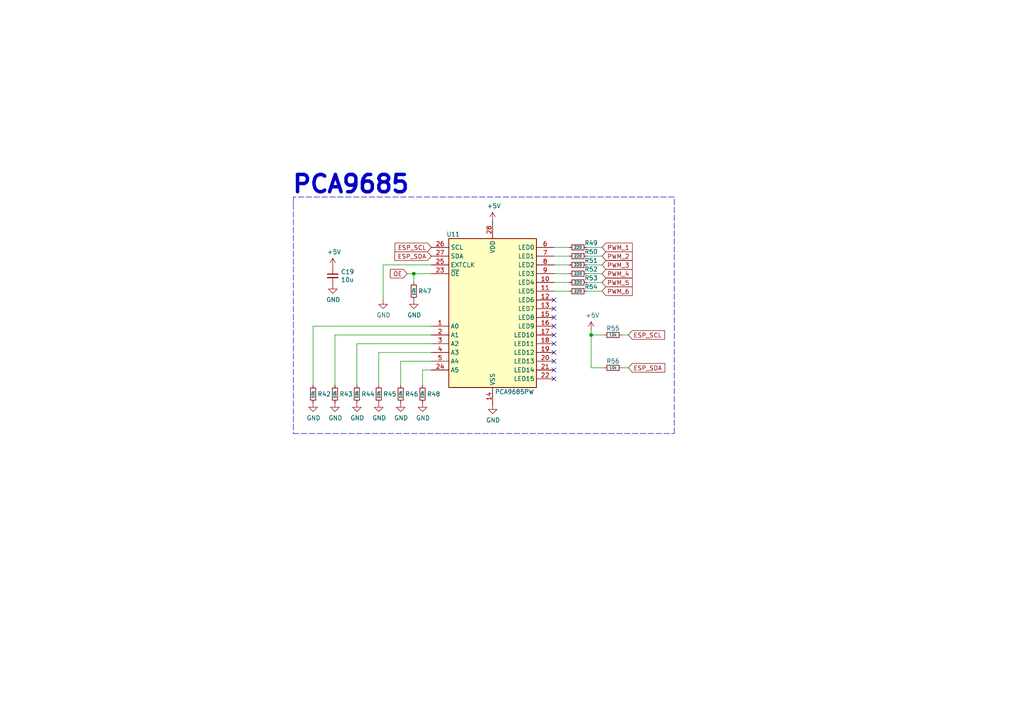
<source format=kicad_sch>
(kicad_sch (version 20211123) (generator eeschema)
  (paper "A4")
  (title_block (title "Robotska ruka") (date "2022-02-09") (rev "1") (company "TVZ"))
  (lib_symbols
    (symbol "Device:C_Small" (pin_numbers hide) (pin_names (offset 0.254) hide)
      (property "Reference" "C" (at 0.254 1.778 0))
      (property "Value" "C_Small" (at 0.254 -2.032 0))
      (symbol "C_Small_0_1"
        (polyline (pts (xy -1.524 -0.508) (xy 1.524 -0.508)) (stroke (width 0.3302)))
        (polyline (pts (xy -1.524 0.508) (xy 1.524 0.508)) (stroke (width 0.3048)))
      )
      (symbol "C_Small_1_1"
        (pin passive line (at 0 2.54 270) (length 2.032) (name "~") (number "1"))
        (pin passive line (at 0 -2.54 90) (length 2.032) (name "~") (number "2"))
      )
    )
    (symbol "Device:R_Small" (pin_numbers hide) (pin_names (offset 0.254) hide)
      (property "Reference" "R" (at 0.762 0.508 0))
      (property "Value" "R_Small" (at 0.762 -1.016 0))
      (symbol "R_Small_0_1"
        (rectangle (start -0.762 1.778) (end 0.762 -1.778) (stroke (width 0.2032)))
      )
      (symbol "R_Small_1_1"
        (pin passive line (at 0 2.54 270) (length 0.762) (name "~") (number "1"))
        (pin passive line (at 0 -2.54 90) (length 0.762) (name "~") (number "2"))
      )
    )
    (symbol "Driver_LED:PCA9685PW"
      (property "Reference" "U" (at -12.7 22.225 0))
      (property "Value" "PCA9685PW" (at 1.27 22.225 0))
      (symbol "PCA9685PW_0_1"
        (rectangle (start -12.7 20.32) (end 12.7 -22.86) (stroke (width 0.254)) (fill (type background)))
      )
      (symbol "PCA9685PW_1_1"
        (pin input line (at -17.78 -5.08 0) (length 5.08) (name "A0") (number "1"))
        (pin output line (at 17.78 7.62 180) (length 5.08) (name "LED4") (number "10"))
        (pin output line (at 17.78 5.08 180) (length 5.08) (name "LED5") (number "11"))
        (pin output line (at 17.78 2.54 180) (length 5.08) (name "LED6") (number "12"))
        (pin output line (at 17.78 0 180) (length 5.08) (name "LED7") (number "13"))
        (pin power_in line (at 0 -27.94 90) (length 5.08) (name "VSS") (number "14"))
        (pin output line (at 17.78 -2.54 180) (length 5.08) (name "LED8") (number "15"))
        (pin output line (at 17.78 -5.08 180) (length 5.08) (name "LED9") (number "16"))
        (pin output line (at 17.78 -7.62 180) (length 5.08) (name "LED10") (number "17"))
        (pin output line (at 17.78 -10.16 180) (length 5.08) (name "LED11") (number "18"))
        (pin output line (at 17.78 -12.7 180) (length 5.08) (name "LED12") (number "19"))
        (pin input line (at -17.78 -7.62 0) (length 5.08) (name "A1") (number "2"))
        (pin output line (at 17.78 -15.24 180) (length 5.08) (name "LED13") (number "20"))
        (pin output line (at 17.78 -17.78 180) (length 5.08) (name "LED14") (number "21"))
        (pin output line (at 17.78 -20.32 180) (length 5.08) (name "LED15") (number "22"))
        (pin input line (at -17.78 10.16 0) (length 5.08) (name "~{OE}") (number "23"))
        (pin input line (at -17.78 -17.78 0) (length 5.08) (name "A5") (number "24"))
        (pin input line (at -17.78 12.7 0) (length 5.08) (name "EXTCLK") (number "25"))
        (pin input line (at -17.78 17.78 0) (length 5.08) (name "SCL") (number "26"))
        (pin bidirectional line (at -17.78 15.24 0) (length 5.08) (name "SDA") (number "27"))
        (pin power_in line (at 0 25.4 270) (length 5.08) (name "VDD") (number "28"))
        (pin input line (at -17.78 -10.16 0) (length 5.08) (name "A2") (number "3"))
        (pin input line (at -17.78 -12.7 0) (length 5.08) (name "A3") (number "4"))
        (pin input line (at -17.78 -15.24 0) (length 5.08) (name "A4") (number "5"))
        (pin output line (at 17.78 17.78 180) (length 5.08) (name "LED0") (number "6"))
        (pin output line (at 17.78 15.24 180) (length 5.08) (name "LED1") (number "7"))
        (pin output line (at 17.78 12.7 180) (length 5.08) (name "LED2") (number "8"))
        (pin output line (at 17.78 10.16 180) (length 5.08) (name "LED3") (number "9"))
      )
    )
    (symbol "power:+5V" (power) (pin_names (offset 0))
      (property "Value" "+5V" (at 0 3.556 0))
      (symbol "+5V_0_1"
        (polyline (pts (xy -0.762 1.27) (xy 0 2.54)))
        (polyline (pts (xy 0 0) (xy 0 2.54)))
        (polyline (pts (xy 0 2.54) (xy 0.762 1.27)))
      )
      (symbol "+5V_1_1"
        (pin power_in line (at 0 0 90) (length 0) hide (name "+5V") (number "1"))
      )
    )
    (symbol "power:GND" (power) (pin_names (offset 0))
      (property "Value" "GND" (at 0 -3.81 0))
      (symbol "GND_0_1"
        (polyline (pts (xy 0 0) (xy 0 -1.27) (xy 1.27 -1.27) (xy 0 -2.54) (xy -1.27 -1.27) (xy 0 -1.27)))
      )
      (symbol "GND_1_1"
        (pin power_in line (at 0 0 270) (length 0) hide (name "GND") (number "1"))
      )
    )
  )
  (junction (at 120.015 79.375))
  (junction (at 171.45 97.155))
  (no_connect (at 160.655 97.155))
  (no_connect (at 160.655 94.615))
  (no_connect (at 160.655 104.775))
  (no_connect (at 160.655 102.235))
  (no_connect (at 160.655 86.995))
  (no_connect (at 160.655 99.695))
  (no_connect (at 160.655 107.315))
  (no_connect (at 160.655 92.075))
  (no_connect (at 160.655 109.855))
  (no_connect (at 160.655 89.535))
  (wire (pts (xy 160.655 74.295) (xy 165.1 74.295)))
  (wire (pts (xy 109.855 102.235) (xy 109.855 111.76)))
  (polyline (pts (xy 85.09 57.15) (xy 85.09 59.055)))
  (polyline (pts (xy 85.09 59.055) (xy 85.09 125.73)))
  (wire (pts (xy 171.45 106.68) (xy 171.45 97.155)))
  (wire (pts (xy 160.655 84.455) (xy 165.1 84.455)))
  (wire (pts (xy 125.095 76.835) (xy 111.125 76.835)))
  (wire (pts (xy 160.655 81.915) (xy 165.1 81.915)))
  (wire (pts (xy 160.655 79.375) (xy 165.1 79.375)))
  (wire (pts (xy 170.18 84.455) (xy 174.625 84.455)))
  (wire (pts (xy 125.095 94.615) (xy 90.805 94.615)))
  (wire (pts (xy 120.015 79.375) (xy 125.095 79.375)))
  (wire (pts (xy 125.095 107.315) (xy 122.555 107.315)))
  (wire (pts (xy 118.11 79.375) (xy 120.015 79.375)))
  (polyline (pts (xy 85.09 125.73) (xy 195.58 125.73)))
  (wire (pts (xy 171.45 106.68) (xy 175.26 106.68)))
  (polyline (pts (xy 195.58 57.15) (xy 85.09 57.15)))
  (wire (pts (xy 103.505 99.695) (xy 103.505 111.76)))
  (wire (pts (xy 174.625 76.835) (xy 170.18 76.835)))
  (wire (pts (xy 125.095 102.235) (xy 109.855 102.235)))
  (wire (pts (xy 111.125 76.835) (xy 111.125 86.995)))
  (wire (pts (xy 125.095 97.155) (xy 97.155 97.155)))
  (wire (pts (xy 165.1 76.835) (xy 160.655 76.835)))
  (wire (pts (xy 122.555 107.315) (xy 122.555 111.76)))
  (wire (pts (xy 174.625 81.915) (xy 170.18 81.915)))
  (wire (pts (xy 171.45 97.155) (xy 175.26 97.155)))
  (wire (pts (xy 116.205 104.775) (xy 125.095 104.775)))
  (wire (pts (xy 180.34 106.68) (xy 182.245 106.68)))
  (wire (pts (xy 170.18 79.375) (xy 174.625 79.375)))
  (wire (pts (xy 160.655 71.755) (xy 165.1 71.755)))
  (wire (pts (xy 120.015 81.915) (xy 120.015 79.375)))
  (wire (pts (xy 97.155 97.155) (xy 97.155 111.76)))
  (wire (pts (xy 116.205 104.775) (xy 116.205 111.76)))
  (wire (pts (xy 180.34 97.155) (xy 182.245 97.155)))
  (wire (pts (xy 90.805 94.615) (xy 90.805 111.76)))
  (wire (pts (xy 170.18 71.755) (xy 174.625 71.755)))
  (wire (pts (xy 170.18 74.295) (xy 174.625 74.295)))
  (wire (pts (xy 171.45 95.885) (xy 171.45 97.155)))
  (wire (pts (xy 103.505 99.695) (xy 125.095 99.695)))
  (polyline (pts (xy 195.58 125.73) (xy 195.58 57.15)))
  (text "PCA9685" (at 84.455 56.515 0) (effects (font (size 5.0038 5.0038) (thickness 1.0008) bold) (justify left bottom)))
  (global_label "ESP_SCL" (shape input) (at 182.245 97.155 0) (property "Intersheet References" "${INTERSHEET_REFS}" (effects hide)))
  (global_label "PWM_4" (shape input) (at 174.625 79.375 0) (property "Intersheet References" "${INTERSHEET_REFS}" (effects hide)))
  (global_label "ESP_SCL" (shape input) (at 125.095 71.755 180) (property "Intersheet References" "${INTERSHEET_REFS}" (effects hide)))
  (global_label "PWM_1" (shape input) (at 174.625 71.755 0) (property "Intersheet References" "${INTERSHEET_REFS}" (effects hide)))
  (global_label "PWM_2" (shape input) (at 174.625 74.295 0) (property "Intersheet References" "${INTERSHEET_REFS}" (effects hide)))
  (global_label "PWM_6" (shape input) (at 174.625 84.455 0) (property "Intersheet References" "${INTERSHEET_REFS}" (effects hide)))
  (global_label "PWM_3" (shape input) (at 174.625 76.835 0) (property "Intersheet References" "${INTERSHEET_REFS}" (effects hide)))
  (global_label "OE" (shape input) (at 118.11 79.375 180) (property "Intersheet References" "${INTERSHEET_REFS}" (effects hide)))
  (global_label "ESP_SDA" (shape input) (at 182.245 106.68 0) (property "Intersheet References" "${INTERSHEET_REFS}" (effects hide)))
  (global_label "PWM_5" (shape input) (at 174.625 81.915 0) (property "Intersheet References" "${INTERSHEET_REFS}" (effects hide)))
  (global_label "ESP_SDA" (shape input) (at 125.095 74.295 180) (property "Intersheet References" "${INTERSHEET_REFS}" (effects hide)))
  (symbol (lib_id "Driver_LED:PCA9685PW") (at 142.875 89.535 0) (unit 1)
    (property "Reference" "U11" (at 131.445 67.945 0))
    (property "Value" "PCA9685PW" (at 149.225 113.665 0))
    (property "Footprint" "Package_SO:TSSOP-28_4.4x9.7mm_P0.65mm" (effects hide))
    (property "Datasheet" "http://www.nxp.com/documents/data_sheet/PCA9685.pdf" (effects hide))
  )
  (symbol (lib_id "Device:R_Small") (at 120.015 84.455 0) (unit 1)
    (property "Reference" "R47" (at 121.285 84.455 0) (effects (justify left)))
    (property "Value" "10k" (at 120.015 85.725 90) (effects (font (size 0.7874 0.7874)) (justify left)))
    (property "Footprint" "Resistor_SMD:R_0805_2012Metric" (effects hide))
  )
  (symbol (lib_id "power:GND") (at 120.015 86.995 0) (unit 1)
    (property "Reference" "#PWR095" (effects hide))
    (property "Value" "GND" (at 120.142 91.3892 0))
  )
  (symbol (lib_id "power:GND") (at 142.875 117.475 0) (unit 1)
    (property "Reference" "#PWR098" (effects hide))
    (property "Value" "GND" (at 143.002 121.8692 0))
  )
  (symbol (lib_id "Device:R_Small") (at 122.555 114.3 0) (unit 1)
    (property "Reference" "R48" (at 123.825 114.3 0) (effects (justify left)))
    (property "Value" "10k" (at 122.555 115.57 90) (effects (font (size 0.7874 0.7874)) (justify left)))
    (property "Footprint" "Resistor_SMD:R_0805_2012Metric" (effects hide))
  )
  (symbol (lib_id "power:GND") (at 122.555 116.84 0) (unit 1)
    (property "Reference" "#PWR096" (effects hide))
    (property "Value" "GND" (at 122.682 121.2342 0))
  )
  (symbol (lib_id "Device:R_Small") (at 116.205 114.3 0) (unit 1)
    (property "Reference" "R46" (at 117.475 114.3 0) (effects (justify left)))
    (property "Value" "10k" (at 116.205 115.57 90) (effects (font (size 0.7874 0.7874)) (justify left)))
    (property "Footprint" "Resistor_SMD:R_0805_2012Metric" (effects hide))
  )
  (symbol (lib_id "power:GND") (at 116.205 116.84 0) (unit 1)
    (property "Reference" "#PWR094" (effects hide))
    (property "Value" "GND" (at 116.332 121.2342 0))
  )
  (symbol (lib_id "Device:R_Small") (at 109.855 114.3 0) (unit 1)
    (property "Reference" "R45" (at 111.125 114.3 0) (effects (justify left)))
    (property "Value" "10k" (at 109.855 115.57 90) (effects (font (size 0.7874 0.7874)) (justify left)))
    (property "Footprint" "Resistor_SMD:R_0805_2012Metric" (effects hide))
  )
  (symbol (lib_id "power:GND") (at 109.855 116.84 0) (unit 1)
    (property "Reference" "#PWR092" (effects hide))
    (property "Value" "GND" (at 109.982 121.2342 0))
  )
  (symbol (lib_id "Device:R_Small") (at 103.505 114.3 0) (unit 1)
    (property "Reference" "R44" (at 104.775 114.3 0) (effects (justify left)))
    (property "Value" "10k" (at 103.505 115.57 90) (effects (font (size 0.7874 0.7874)) (justify left)))
    (property "Footprint" "Resistor_SMD:R_0805_2012Metric" (effects hide))
  )
  (symbol (lib_id "power:GND") (at 103.505 116.84 0) (unit 1)
    (property "Reference" "#PWR091" (effects hide))
    (property "Value" "GND" (at 103.632 121.2342 0))
  )
  (symbol (lib_id "Device:R_Small") (at 97.155 114.3 0) (unit 1)
    (property "Reference" "R43" (at 98.425 114.3 0) (effects (justify left)))
    (property "Value" "10k" (at 97.155 115.57 90) (effects (font (size 0.7874 0.7874)) (justify left)))
    (property "Footprint" "Resistor_SMD:R_0805_2012Metric" (effects hide))
  )
  (symbol (lib_id "power:GND") (at 97.155 116.84 0) (unit 1)
    (property "Reference" "#PWR090" (effects hide))
    (property "Value" "GND" (at 97.282 121.2342 0))
  )
  (symbol (lib_id "Device:R_Small") (at 90.805 114.3 0) (unit 1)
    (property "Reference" "R42" (at 92.075 114.3 0) (effects (justify left)))
    (property "Value" "10k" (at 90.805 115.57 90) (effects (font (size 0.7874 0.7874)) (justify left)))
    (property "Footprint" "Resistor_SMD:R_0805_2012Metric" (effects hide))
  )
  (symbol (lib_id "power:GND") (at 90.805 116.84 0) (unit 1)
    (property "Reference" "#PWR087" (effects hide))
    (property "Value" "GND" (at 90.932 121.2342 0))
  )
  (symbol (lib_id "power:GND") (at 111.125 86.995 0) (unit 1)
    (property "Reference" "#PWR093" (effects hide))
    (property "Value" "GND" (at 111.252 91.3892 0))
  )
  (symbol (lib_id "Device:C_Small") (at 96.52 80.01 0) (unit 1)
    (property "Reference" "C19" (at 98.8568 78.8416 0) (effects (justify left)))
    (property "Value" "10u" (at 98.8568 81.153 0) (effects (justify left)))
    (property "Footprint" "Capacitor_SMD:C_0805_2012Metric" (effects hide))
  )
  (symbol (lib_id "power:+5V") (at 96.52 77.47 0) (unit 1)
    (property "Reference" "#PWR088" (effects hide))
    (property "Value" "+5V" (at 96.901 73.0758 0))
  )
  (symbol (lib_id "power:GND") (at 96.52 82.55 0) (unit 1)
    (property "Reference" "#PWR089" (effects hide))
    (property "Value" "GND" (at 96.647 86.9442 0))
  )
  (symbol (lib_id "power:+5V") (at 142.875 64.135 0) (unit 1)
    (property "Reference" "#PWR097" (effects hide))
    (property "Value" "+5V" (at 143.256 59.7408 0))
  )
  (symbol (lib_id "Device:R_Small") (at 167.64 71.755 270) (unit 1)
    (property "Reference" "R49" (at 171.45 70.485 90))
    (property "Value" "220" (at 167.64 71.755 90) (effects (font (size 0.7874 0.7874))))
    (property "Footprint" "Resistor_SMD:R_0805_2012Metric" (effects hide))
  )
  (symbol (lib_id "Device:R_Small") (at 167.64 74.295 270) (unit 1)
    (property "Reference" "R50" (at 171.45 73.025 90))
    (property "Value" "220" (at 167.64 74.295 90) (effects (font (size 0.7874 0.7874))))
    (property "Footprint" "Resistor_SMD:R_0805_2012Metric" (effects hide))
  )
  (symbol (lib_id "Device:R_Small") (at 167.64 76.835 270) (unit 1)
    (property "Reference" "R51" (at 171.45 75.565 90))
    (property "Value" "220" (at 167.64 76.835 90) (effects (font (size 0.7874 0.7874))))
    (property "Footprint" "Resistor_SMD:R_0805_2012Metric" (effects hide))
  )
  (symbol (lib_id "Device:R_Small") (at 167.64 79.375 270) (unit 1)
    (property "Reference" "R52" (at 171.45 78.105 90))
    (property "Value" "220" (at 167.64 79.375 90) (effects (font (size 0.7874 0.7874))))
    (property "Footprint" "Resistor_SMD:R_0805_2012Metric" (effects hide))
  )
  (symbol (lib_id "Device:R_Small") (at 167.64 81.915 270) (unit 1)
    (property "Reference" "R53" (at 171.45 80.645 90))
    (property "Value" "220" (at 167.64 81.915 90) (effects (font (size 0.7874 0.7874))))
    (property "Footprint" "Resistor_SMD:R_0805_2012Metric" (effects hide))
  )
  (symbol (lib_id "Device:R_Small") (at 167.64 84.455 270) (unit 1)
    (property "Reference" "R54" (at 171.45 83.185 90))
    (property "Value" "220" (at 167.64 84.455 90) (effects (font (size 0.7874 0.7874))))
    (property "Footprint" "Resistor_SMD:R_0805_2012Metric" (effects hide))
  )
  (symbol (lib_id "power:+5V") (at 171.45 95.885 0) (unit 1)
    (property "Reference" "#PWR099" (effects hide))
    (property "Value" "+5V" (at 171.831 91.4908 0))
  )
  (symbol (lib_id "Device:R_Small") (at 177.8 97.155 90) (unit 1)
    (property "Reference" "R55" (at 177.8 95.25 90))
    (property "Value" "10k" (at 177.8 97.155 90) (effects (font (size 0.7874 0.7874))))
    (property "Footprint" "Resistor_SMD:R_0805_2012Metric" (effects hide))
  )
  (symbol (lib_id "Device:R_Small") (at 177.8 106.68 90) (unit 1)
    (property "Reference" "R56" (at 177.8 104.775 90))
    (property "Value" "10k" (at 177.8 106.68 90) (effects (font (size 0.7874 0.7874))))
    (property "Footprint" "Resistor_SMD:R_0805_2012Metric" (effects hide))
  )
)
</source>
